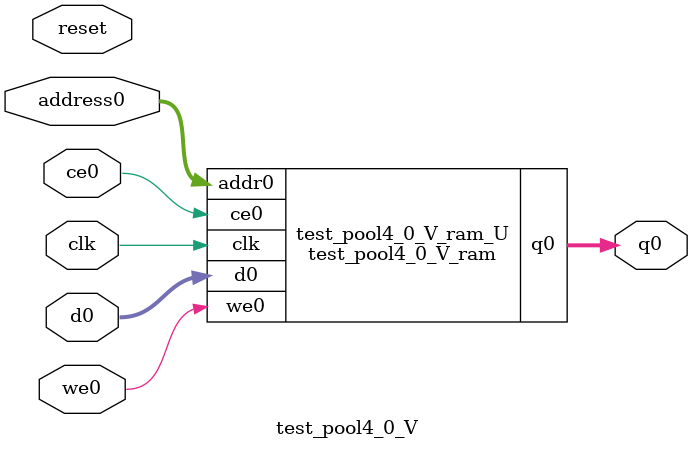
<source format=v>
`timescale 1 ns / 1 ps
module test_pool4_0_V_ram (addr0, ce0, d0, we0, q0,  clk);

parameter DWIDTH = 4;
parameter AWIDTH = 14;
parameter MEM_SIZE = 12800;

input[AWIDTH-1:0] addr0;
input ce0;
input[DWIDTH-1:0] d0;
input we0;
output reg[DWIDTH-1:0] q0;
input clk;

(* ram_style = "block" *)reg [DWIDTH-1:0] ram[0:MEM_SIZE-1];




always @(posedge clk)  
begin 
    if (ce0) begin
        if (we0) 
            ram[addr0] <= d0; 
        q0 <= ram[addr0];
    end
end


endmodule

`timescale 1 ns / 1 ps
module test_pool4_0_V(
    reset,
    clk,
    address0,
    ce0,
    we0,
    d0,
    q0);

parameter DataWidth = 32'd4;
parameter AddressRange = 32'd12800;
parameter AddressWidth = 32'd14;
input reset;
input clk;
input[AddressWidth - 1:0] address0;
input ce0;
input we0;
input[DataWidth - 1:0] d0;
output[DataWidth - 1:0] q0;



test_pool4_0_V_ram test_pool4_0_V_ram_U(
    .clk( clk ),
    .addr0( address0 ),
    .ce0( ce0 ),
    .we0( we0 ),
    .d0( d0 ),
    .q0( q0 ));

endmodule


</source>
